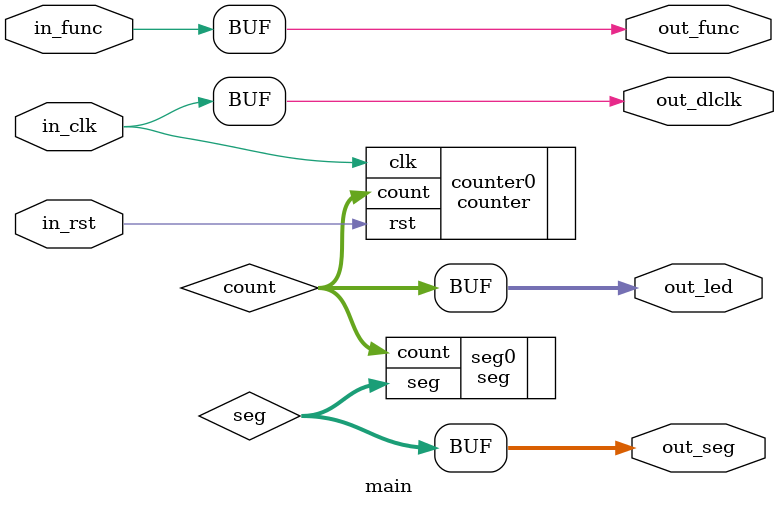
<source format=v>


// Raspberry Pi
// GPIO21 <-> (GPIO_00)PIN_D3
// GPIO20 <-> (GPIO_01)PIN_C3

module main(
  input  wire       in_clk,
  input  wire       in_rst,
  input  wire       in_func,
  output wire       out_dlclk,
  output wire [7:0] out_seg,
  output wire [7:0] out_led,
  output wire       out_func
);

wire dlclk;
assign out_dlclk = in_clk;

wire [7:0] count;
assign out_led = count;

wire [7:0] seg;
assign out_seg = seg;

assign in_func = out_func;

// dlclock dlclock0(.clk(in_clk), .dlclk(dlclk));
counter counter0(.clk(in_clk), .rst(in_rst), .count(count));
seg seg0(.count(count), .seg(seg));

endmodule
</source>
